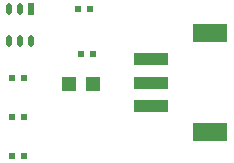
<source format=gtp>
%FSLAX23Y23*%
%MOIN*%
G70*
G01*
G75*
G04 Layer_Color=8421504*
%ADD10O,0.022X0.039*%
%ADD11R,0.022X0.039*%
%ADD12R,0.118X0.039*%
%ADD13R,0.118X0.059*%
%ADD14R,0.024X0.020*%
%ADD15R,0.050X0.050*%
%ADD16C,0.010*%
%ADD17C,0.005*%
%ADD18R,0.740X1.090*%
%ADD19C,0.020*%
%ADD20C,0.050*%
%ADD21C,0.039*%
%ADD22C,0.236*%
%ADD23C,0.008*%
%ADD24C,0.004*%
D10*
X855Y719D02*
D03*
X893D02*
D03*
X930D02*
D03*
X855Y825D02*
D03*
X893D02*
D03*
D11*
X930D02*
D03*
D12*
X1330Y659D02*
D03*
Y580D02*
D03*
Y501D02*
D03*
Y659D02*
D03*
D13*
X1527Y745D02*
D03*
Y415D02*
D03*
D14*
X1095Y675D02*
D03*
X1135D02*
D03*
X1125Y825D02*
D03*
X1085D02*
D03*
X865Y465D02*
D03*
X905D02*
D03*
X905Y335D02*
D03*
X865D02*
D03*
X865Y595D02*
D03*
X905D02*
D03*
D15*
X1055Y575D02*
D03*
X1135D02*
D03*
M02*

</source>
